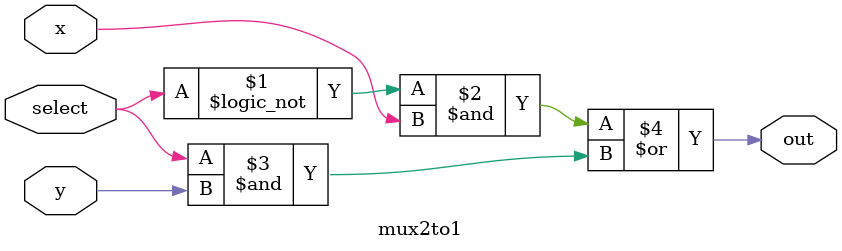
<source format=v>
`timescale 1ns / 1ns

module full_adder(input a, b, c_in, output s, c_out);

	wire mux_select;
	
	assign mux_select = a ^ b;
	
	mux2to1 mux(
	
		.x(b),
		.y(c_in),
		.select(mux_select),
		.out(c_out)
	
	);
	
	assign s = mux_select ^ c_in;

endmodule

module mux2to1(input x, y, select, output out);

	assign out = (!select & x) | (select & y);

endmodule

</source>
